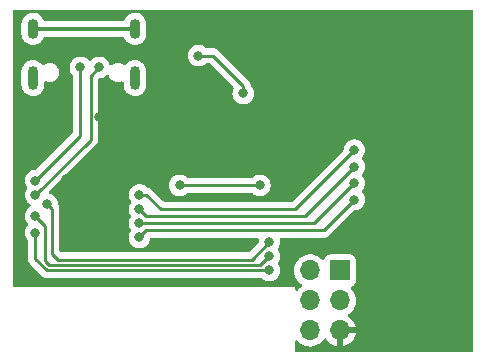
<source format=gbl>
G04 #@! TF.GenerationSoftware,KiCad,Pcbnew,(6.0.10-0)*
G04 #@! TF.CreationDate,2022-12-22T21:19:14-05:00*
G04 #@! TF.ProjectId,rev2,72657632-2e6b-4696-9361-645f70636258,rev?*
G04 #@! TF.SameCoordinates,Original*
G04 #@! TF.FileFunction,Copper,L2,Bot*
G04 #@! TF.FilePolarity,Positive*
%FSLAX46Y46*%
G04 Gerber Fmt 4.6, Leading zero omitted, Abs format (unit mm)*
G04 Created by KiCad (PCBNEW (6.0.10-0)) date 2022-12-22 21:19:14*
%MOMM*%
%LPD*%
G01*
G04 APERTURE LIST*
G04 #@! TA.AperFunction,ComponentPad*
%ADD10O,0.900000X1.700000*%
G04 #@! TD*
G04 #@! TA.AperFunction,ComponentPad*
%ADD11O,0.900000X2.000000*%
G04 #@! TD*
G04 #@! TA.AperFunction,ComponentPad*
%ADD12R,1.700000X1.700000*%
G04 #@! TD*
G04 #@! TA.AperFunction,ComponentPad*
%ADD13O,1.700000X1.700000*%
G04 #@! TD*
G04 #@! TA.AperFunction,ViaPad*
%ADD14C,0.800000*%
G04 #@! TD*
G04 #@! TA.AperFunction,Conductor*
%ADD15C,0.250000*%
G04 #@! TD*
G04 #@! TA.AperFunction,Conductor*
%ADD16C,0.350000*%
G04 #@! TD*
G04 APERTURE END LIST*
D10*
X187180000Y-42135000D03*
X195820000Y-42135000D03*
D11*
X187180000Y-46305000D03*
X195820000Y-46305000D03*
D12*
X213200000Y-62600000D03*
D13*
X210660000Y-62600000D03*
X213200000Y-65140000D03*
X210660000Y-65140000D03*
X213200000Y-67680000D03*
X210660000Y-67680000D03*
D14*
X215100000Y-45250000D03*
X223500000Y-65000000D03*
X190025000Y-54825000D03*
X199800000Y-47600000D03*
X223500000Y-51000000D03*
X199400000Y-52000000D03*
X195000000Y-49600000D03*
X223500000Y-58000000D03*
X186200000Y-51400000D03*
X223500000Y-44000000D03*
X192800000Y-49600000D03*
X195200000Y-54600000D03*
X205000000Y-47600000D03*
X201200000Y-44400000D03*
X206400000Y-55400000D03*
X199600000Y-55400000D03*
X214400000Y-56600000D03*
X196200000Y-59800000D03*
X214400000Y-55200000D03*
X196200000Y-58600000D03*
X214400000Y-53800000D03*
X196200000Y-57400000D03*
X196200000Y-56200000D03*
X214400000Y-52400000D03*
X188400000Y-57000000D03*
X207200000Y-60200000D03*
X207200000Y-61400000D03*
X187400000Y-58000000D03*
X207200000Y-62600000D03*
X187400000Y-59400000D03*
X187400000Y-56200000D03*
X192800000Y-45400000D03*
X187400000Y-55000000D03*
X191200000Y-45400000D03*
D15*
X213200000Y-67680000D02*
X214120000Y-67680000D01*
X205000000Y-47000000D02*
X205000000Y-47600000D01*
X202400000Y-44400000D02*
X205000000Y-47000000D01*
X201200000Y-44400000D02*
X202400000Y-44400000D01*
X199600000Y-55400000D02*
X206400000Y-55400000D01*
X211800000Y-59200000D02*
X214400000Y-56600000D01*
X196200000Y-59800000D02*
X196800000Y-59200000D01*
X196800000Y-59200000D02*
X211800000Y-59200000D01*
X211000000Y-58600000D02*
X214400000Y-55200000D01*
X196200000Y-58600000D02*
X211000000Y-58600000D01*
X210200000Y-58000000D02*
X196800000Y-58000000D01*
X214400000Y-53800000D02*
X210200000Y-58000000D01*
X196800000Y-58000000D02*
X196200000Y-57400000D01*
X196200000Y-56200000D02*
X196800000Y-56200000D01*
X198000000Y-57400000D02*
X209400000Y-57400000D01*
X209400000Y-57400000D02*
X214400000Y-52400000D01*
X196800000Y-56200000D02*
X198000000Y-57400000D01*
X188800000Y-61200000D02*
X189300000Y-61700000D01*
X188400000Y-57000000D02*
X188800000Y-57400000D01*
X188800000Y-57400000D02*
X188800000Y-61200000D01*
X189300000Y-61700000D02*
X205700000Y-61700000D01*
X205700000Y-61700000D02*
X207200000Y-60200000D01*
X206450000Y-62150000D02*
X207200000Y-61400000D01*
X188586396Y-62150000D02*
X206450000Y-62150000D01*
X188218198Y-58818198D02*
X188218198Y-61781802D01*
X188218198Y-61781802D02*
X188586396Y-62150000D01*
X187400000Y-58000000D02*
X188218198Y-58818198D01*
X188400000Y-62600000D02*
X207200000Y-62600000D01*
X187400000Y-59400000D02*
X187400000Y-61600000D01*
X187400000Y-61600000D02*
X188400000Y-62600000D01*
D16*
X187180000Y-42135000D02*
X195820000Y-42135000D01*
D15*
X192075000Y-51525000D02*
X192075000Y-46125000D01*
X192075000Y-46125000D02*
X192800000Y-45400000D01*
X187400000Y-56200000D02*
X192075000Y-51525000D01*
X191200000Y-51200000D02*
X191200000Y-45400000D01*
X187400000Y-55000000D02*
X191200000Y-51200000D01*
G04 #@! TA.AperFunction,Conductor*
G36*
X224433621Y-40528502D02*
G01*
X224480114Y-40582158D01*
X224491500Y-40634500D01*
X224491500Y-69365500D01*
X224471498Y-69433621D01*
X224417842Y-69480114D01*
X224365500Y-69491500D01*
X209526000Y-69491500D01*
X209457879Y-69471498D01*
X209411386Y-69417842D01*
X209400000Y-69365500D01*
X209400000Y-68638295D01*
X209420002Y-68570174D01*
X209473658Y-68523681D01*
X209543932Y-68513577D01*
X209608512Y-68543071D01*
X209621237Y-68555797D01*
X209702865Y-68650031D01*
X209702869Y-68650035D01*
X209706250Y-68653938D01*
X209878126Y-68796632D01*
X210071000Y-68909338D01*
X210279692Y-68989030D01*
X210284760Y-68990061D01*
X210284763Y-68990062D01*
X210379862Y-69009410D01*
X210498597Y-69033567D01*
X210503772Y-69033757D01*
X210503774Y-69033757D01*
X210716673Y-69041564D01*
X210716677Y-69041564D01*
X210721837Y-69041753D01*
X210726957Y-69041097D01*
X210726959Y-69041097D01*
X210938288Y-69014025D01*
X210938289Y-69014025D01*
X210943416Y-69013368D01*
X210948366Y-69011883D01*
X211152429Y-68950661D01*
X211152434Y-68950659D01*
X211157384Y-68949174D01*
X211357994Y-68850896D01*
X211539860Y-68721173D01*
X211698096Y-68563489D01*
X211828453Y-68382077D01*
X211829640Y-68382930D01*
X211876960Y-68339362D01*
X211946897Y-68327145D01*
X212012338Y-68354678D01*
X212040166Y-68386511D01*
X212097694Y-68480388D01*
X212103777Y-68488699D01*
X212243213Y-68649667D01*
X212250580Y-68656883D01*
X212414434Y-68792916D01*
X212422881Y-68798831D01*
X212606756Y-68906279D01*
X212616042Y-68910729D01*
X212815001Y-68986703D01*
X212824899Y-68989579D01*
X212928250Y-69010606D01*
X212942299Y-69009410D01*
X212946000Y-68999065D01*
X212946000Y-68998517D01*
X213454000Y-68998517D01*
X213458064Y-69012359D01*
X213471478Y-69014393D01*
X213478184Y-69013534D01*
X213488262Y-69011392D01*
X213692255Y-68950191D01*
X213701842Y-68946433D01*
X213893095Y-68852739D01*
X213901945Y-68847464D01*
X214075328Y-68723792D01*
X214083200Y-68717139D01*
X214234052Y-68566812D01*
X214240730Y-68558965D01*
X214365003Y-68386020D01*
X214370313Y-68377183D01*
X214464670Y-68186267D01*
X214468469Y-68176672D01*
X214530377Y-67972910D01*
X214532555Y-67962837D01*
X214533986Y-67951962D01*
X214531775Y-67937778D01*
X214518617Y-67934000D01*
X213472115Y-67934000D01*
X213456876Y-67938475D01*
X213455671Y-67939865D01*
X213454000Y-67947548D01*
X213454000Y-68998517D01*
X212946000Y-68998517D01*
X212946000Y-67552000D01*
X212966002Y-67483879D01*
X213019658Y-67437386D01*
X213072000Y-67426000D01*
X214518344Y-67426000D01*
X214531875Y-67422027D01*
X214533180Y-67412947D01*
X214491214Y-67245875D01*
X214487894Y-67236124D01*
X214402972Y-67040814D01*
X214398105Y-67031739D01*
X214282426Y-66852926D01*
X214276136Y-66844757D01*
X214132806Y-66687240D01*
X214125273Y-66680215D01*
X213958139Y-66548222D01*
X213949556Y-66542520D01*
X213912602Y-66522120D01*
X213862631Y-66471687D01*
X213847859Y-66402245D01*
X213872975Y-66335839D01*
X213900327Y-66309232D01*
X213923797Y-66292491D01*
X214079860Y-66181173D01*
X214238096Y-66023489D01*
X214368453Y-65842077D01*
X214389320Y-65799857D01*
X214465136Y-65646453D01*
X214465137Y-65646451D01*
X214467430Y-65641811D01*
X214532370Y-65428069D01*
X214561529Y-65206590D01*
X214563156Y-65140000D01*
X214544852Y-64917361D01*
X214490431Y-64700702D01*
X214401354Y-64495840D01*
X214280014Y-64308277D01*
X214272790Y-64300338D01*
X214132798Y-64146488D01*
X214101746Y-64082642D01*
X214110141Y-64012143D01*
X214155317Y-63957375D01*
X214181761Y-63943706D01*
X214288297Y-63903767D01*
X214296705Y-63900615D01*
X214413261Y-63813261D01*
X214500615Y-63696705D01*
X214551745Y-63560316D01*
X214558500Y-63498134D01*
X214558500Y-61701866D01*
X214551745Y-61639684D01*
X214500615Y-61503295D01*
X214413261Y-61386739D01*
X214296705Y-61299385D01*
X214160316Y-61248255D01*
X214098134Y-61241500D01*
X212301866Y-61241500D01*
X212239684Y-61248255D01*
X212103295Y-61299385D01*
X211986739Y-61386739D01*
X211899385Y-61503295D01*
X211896233Y-61511703D01*
X211854919Y-61621907D01*
X211812277Y-61678671D01*
X211745716Y-61703371D01*
X211676367Y-61688163D01*
X211643743Y-61662476D01*
X211593151Y-61606875D01*
X211593142Y-61606866D01*
X211589670Y-61603051D01*
X211585619Y-61599852D01*
X211585615Y-61599848D01*
X211418414Y-61467800D01*
X211418410Y-61467798D01*
X211414359Y-61464598D01*
X211218789Y-61356638D01*
X211213920Y-61354914D01*
X211213916Y-61354912D01*
X211013087Y-61283795D01*
X211013083Y-61283794D01*
X211008212Y-61282069D01*
X211003119Y-61281162D01*
X211003116Y-61281161D01*
X210793373Y-61243800D01*
X210793367Y-61243799D01*
X210788284Y-61242894D01*
X210714452Y-61241992D01*
X210570081Y-61240228D01*
X210570079Y-61240228D01*
X210564911Y-61240165D01*
X210344091Y-61273955D01*
X210131756Y-61343357D01*
X209933607Y-61446507D01*
X209929474Y-61449610D01*
X209929471Y-61449612D01*
X209834081Y-61521233D01*
X209754965Y-61580635D01*
X209715525Y-61621907D01*
X209661280Y-61678671D01*
X209600629Y-61742138D01*
X209597715Y-61746410D01*
X209597714Y-61746411D01*
X209589265Y-61758797D01*
X209474743Y-61926680D01*
X209380688Y-62129305D01*
X209320989Y-62344570D01*
X209297251Y-62566695D01*
X209310110Y-62789715D01*
X209311247Y-62794761D01*
X209311248Y-62794767D01*
X209335304Y-62901508D01*
X209359222Y-63007639D01*
X209405012Y-63120407D01*
X209436817Y-63198733D01*
X209443266Y-63214616D01*
X209457731Y-63238220D01*
X209553072Y-63393803D01*
X209559987Y-63405088D01*
X209706250Y-63573938D01*
X209878126Y-63716632D01*
X209948595Y-63757811D01*
X209951445Y-63759476D01*
X210000169Y-63811114D01*
X210013240Y-63880897D01*
X209986509Y-63946669D01*
X209946055Y-63980027D01*
X209933607Y-63986507D01*
X209929474Y-63989610D01*
X209929471Y-63989612D01*
X209805567Y-64082642D01*
X209754965Y-64120635D01*
X209751393Y-64124373D01*
X209617094Y-64264908D01*
X209555569Y-64300338D01*
X209484657Y-64296881D01*
X209426871Y-64255635D01*
X209400557Y-64189694D01*
X209400000Y-64177857D01*
X209400000Y-64000000D01*
X185634500Y-64000000D01*
X185566379Y-63979998D01*
X185519886Y-63926342D01*
X185508500Y-63874000D01*
X185508500Y-59400000D01*
X186486496Y-59400000D01*
X186506458Y-59589928D01*
X186565473Y-59771556D01*
X186660960Y-59936944D01*
X186734137Y-60018215D01*
X186764853Y-60082221D01*
X186766500Y-60102524D01*
X186766500Y-61521233D01*
X186765973Y-61532416D01*
X186764298Y-61539909D01*
X186764547Y-61547835D01*
X186764547Y-61547836D01*
X186766438Y-61607986D01*
X186766500Y-61611945D01*
X186766500Y-61639856D01*
X186766997Y-61643790D01*
X186766997Y-61643791D01*
X186767005Y-61643856D01*
X186767938Y-61655693D01*
X186769327Y-61699889D01*
X186774978Y-61719339D01*
X186778987Y-61738700D01*
X186781526Y-61758797D01*
X186784445Y-61766168D01*
X186784445Y-61766170D01*
X186797804Y-61799912D01*
X186801649Y-61811142D01*
X186813982Y-61853593D01*
X186818015Y-61860412D01*
X186818017Y-61860417D01*
X186824293Y-61871028D01*
X186832988Y-61888776D01*
X186840448Y-61907617D01*
X186845110Y-61914033D01*
X186845110Y-61914034D01*
X186866436Y-61943387D01*
X186872952Y-61953307D01*
X186895458Y-61991362D01*
X186909779Y-62005683D01*
X186922619Y-62020716D01*
X186934528Y-62037107D01*
X186940634Y-62042158D01*
X186968605Y-62065298D01*
X186977384Y-62073288D01*
X187896343Y-62992247D01*
X187903887Y-63000537D01*
X187908000Y-63007018D01*
X187913777Y-63012443D01*
X187957667Y-63053658D01*
X187960509Y-63056413D01*
X187980231Y-63076135D01*
X187983355Y-63078558D01*
X187983359Y-63078562D01*
X187983424Y-63078612D01*
X187992445Y-63086317D01*
X188024679Y-63116586D01*
X188031627Y-63120405D01*
X188031629Y-63120407D01*
X188042432Y-63126346D01*
X188058959Y-63137202D01*
X188068698Y-63144757D01*
X188068700Y-63144758D01*
X188074960Y-63149614D01*
X188115540Y-63167174D01*
X188126188Y-63172391D01*
X188164940Y-63193695D01*
X188172616Y-63195666D01*
X188172619Y-63195667D01*
X188184562Y-63198733D01*
X188203267Y-63205137D01*
X188221855Y-63213181D01*
X188229678Y-63214420D01*
X188229688Y-63214423D01*
X188265524Y-63220099D01*
X188277144Y-63222505D01*
X188312289Y-63231528D01*
X188319970Y-63233500D01*
X188340224Y-63233500D01*
X188359934Y-63235051D01*
X188379943Y-63238220D01*
X188387835Y-63237474D01*
X188423961Y-63234059D01*
X188435819Y-63233500D01*
X206491800Y-63233500D01*
X206559921Y-63253502D01*
X206579147Y-63269843D01*
X206579420Y-63269540D01*
X206584332Y-63273963D01*
X206588747Y-63278866D01*
X206743248Y-63391118D01*
X206749276Y-63393802D01*
X206749278Y-63393803D01*
X206774625Y-63405088D01*
X206917712Y-63468794D01*
X207011112Y-63488647D01*
X207098056Y-63507128D01*
X207098061Y-63507128D01*
X207104513Y-63508500D01*
X207295487Y-63508500D01*
X207301939Y-63507128D01*
X207301944Y-63507128D01*
X207388888Y-63488647D01*
X207482288Y-63468794D01*
X207625375Y-63405088D01*
X207650722Y-63393803D01*
X207650724Y-63393802D01*
X207656752Y-63391118D01*
X207811253Y-63278866D01*
X207847851Y-63238220D01*
X207934621Y-63141852D01*
X207934622Y-63141851D01*
X207939040Y-63136944D01*
X208010931Y-63012425D01*
X208031223Y-62977279D01*
X208031224Y-62977278D01*
X208034527Y-62971556D01*
X208093542Y-62789928D01*
X208113504Y-62600000D01*
X208093542Y-62410072D01*
X208034527Y-62228444D01*
X207939040Y-62063056D01*
X207941777Y-62061476D01*
X207922351Y-62007653D01*
X207938178Y-61938443D01*
X207939114Y-61936987D01*
X207939040Y-61936944D01*
X208031223Y-61777279D01*
X208031224Y-61777278D01*
X208034527Y-61771556D01*
X208093542Y-61589928D01*
X208102648Y-61503295D01*
X208112814Y-61406565D01*
X208113504Y-61400000D01*
X208097555Y-61248255D01*
X208094232Y-61216635D01*
X208094232Y-61216633D01*
X208093542Y-61210072D01*
X208034527Y-61028444D01*
X207939040Y-60863056D01*
X207941777Y-60861476D01*
X207922351Y-60807653D01*
X207938178Y-60738443D01*
X207939114Y-60736987D01*
X207939040Y-60736944D01*
X208031223Y-60577279D01*
X208031224Y-60577278D01*
X208034527Y-60571556D01*
X208093542Y-60389928D01*
X208113504Y-60200000D01*
X208093542Y-60010072D01*
X208091503Y-60003797D01*
X208091502Y-60003792D01*
X208089762Y-59998438D01*
X208087733Y-59927471D01*
X208124394Y-59866672D01*
X208188106Y-59835346D01*
X208209594Y-59833500D01*
X211721233Y-59833500D01*
X211732416Y-59834027D01*
X211739909Y-59835702D01*
X211747835Y-59835453D01*
X211747836Y-59835453D01*
X211807986Y-59833562D01*
X211811945Y-59833500D01*
X211839856Y-59833500D01*
X211843791Y-59833003D01*
X211843856Y-59832995D01*
X211855693Y-59832062D01*
X211887951Y-59831048D01*
X211891970Y-59830922D01*
X211899889Y-59830673D01*
X211919343Y-59825021D01*
X211938700Y-59821013D01*
X211950930Y-59819468D01*
X211950931Y-59819468D01*
X211958797Y-59818474D01*
X211966168Y-59815555D01*
X211966170Y-59815555D01*
X211999912Y-59802196D01*
X212011142Y-59798351D01*
X212045983Y-59788229D01*
X212045984Y-59788229D01*
X212053593Y-59786018D01*
X212060412Y-59781985D01*
X212060417Y-59781983D01*
X212071028Y-59775707D01*
X212088776Y-59767012D01*
X212107617Y-59759552D01*
X212143387Y-59733564D01*
X212153307Y-59727048D01*
X212184535Y-59708580D01*
X212184538Y-59708578D01*
X212191362Y-59704542D01*
X212205683Y-59690221D01*
X212220717Y-59677380D01*
X212230694Y-59670131D01*
X212237107Y-59665472D01*
X212265298Y-59631395D01*
X212273288Y-59622616D01*
X214350499Y-57545405D01*
X214412811Y-57511379D01*
X214439594Y-57508500D01*
X214495487Y-57508500D01*
X214501939Y-57507128D01*
X214501944Y-57507128D01*
X214588888Y-57488647D01*
X214682288Y-57468794D01*
X214695176Y-57463056D01*
X214850722Y-57393803D01*
X214850724Y-57393802D01*
X214856752Y-57391118D01*
X215011253Y-57278866D01*
X215123672Y-57154012D01*
X215134621Y-57141852D01*
X215134622Y-57141851D01*
X215139040Y-57136944D01*
X215218105Y-57000000D01*
X215231223Y-56977279D01*
X215231224Y-56977278D01*
X215234527Y-56971556D01*
X215293542Y-56789928D01*
X215296005Y-56766500D01*
X215312814Y-56606565D01*
X215313504Y-56600000D01*
X215293542Y-56410072D01*
X215234527Y-56228444D01*
X215139040Y-56063056D01*
X215097243Y-56016635D01*
X215068137Y-55984310D01*
X215037419Y-55920303D01*
X215046184Y-55849849D01*
X215068137Y-55815690D01*
X215134621Y-55741852D01*
X215134622Y-55741851D01*
X215139040Y-55736944D01*
X215202168Y-55627604D01*
X215231223Y-55577279D01*
X215231224Y-55577278D01*
X215234527Y-55571556D01*
X215293542Y-55389928D01*
X215294872Y-55377279D01*
X215312814Y-55206565D01*
X215313504Y-55200000D01*
X215295473Y-55028444D01*
X215294232Y-55016635D01*
X215294232Y-55016633D01*
X215293542Y-55010072D01*
X215234527Y-54828444D01*
X215139040Y-54663056D01*
X215068137Y-54584310D01*
X215037419Y-54520303D01*
X215046184Y-54449849D01*
X215068137Y-54415690D01*
X215134621Y-54341852D01*
X215134622Y-54341851D01*
X215139040Y-54336944D01*
X215234527Y-54171556D01*
X215293542Y-53989928D01*
X215313504Y-53800000D01*
X215293542Y-53610072D01*
X215234527Y-53428444D01*
X215139040Y-53263056D01*
X215068137Y-53184310D01*
X215037419Y-53120303D01*
X215046184Y-53049849D01*
X215068137Y-53015690D01*
X215134621Y-52941852D01*
X215134622Y-52941851D01*
X215139040Y-52936944D01*
X215234527Y-52771556D01*
X215293542Y-52589928D01*
X215313504Y-52400000D01*
X215293542Y-52210072D01*
X215234527Y-52028444D01*
X215224585Y-52011223D01*
X215184415Y-51941647D01*
X215139040Y-51863056D01*
X215081196Y-51798813D01*
X215015675Y-51726045D01*
X215015674Y-51726044D01*
X215011253Y-51721134D01*
X214856752Y-51608882D01*
X214850724Y-51606198D01*
X214850722Y-51606197D01*
X214688319Y-51533891D01*
X214688318Y-51533891D01*
X214682288Y-51531206D01*
X214588888Y-51511353D01*
X214501944Y-51492872D01*
X214501939Y-51492872D01*
X214495487Y-51491500D01*
X214304513Y-51491500D01*
X214298061Y-51492872D01*
X214298056Y-51492872D01*
X214211113Y-51511353D01*
X214117712Y-51531206D01*
X214111682Y-51533891D01*
X214111681Y-51533891D01*
X213949278Y-51606197D01*
X213949276Y-51606198D01*
X213943248Y-51608882D01*
X213788747Y-51721134D01*
X213784326Y-51726044D01*
X213784325Y-51726045D01*
X213718805Y-51798813D01*
X213660960Y-51863056D01*
X213615585Y-51941647D01*
X213575416Y-52011223D01*
X213565473Y-52028444D01*
X213506458Y-52210072D01*
X213505768Y-52216633D01*
X213505768Y-52216635D01*
X213489093Y-52375293D01*
X213462080Y-52440950D01*
X213452878Y-52451218D01*
X209174500Y-56729595D01*
X209112188Y-56763621D01*
X209085405Y-56766500D01*
X198314595Y-56766500D01*
X198246474Y-56746498D01*
X198225500Y-56729595D01*
X197303652Y-55807747D01*
X197296112Y-55799461D01*
X197292000Y-55792982D01*
X197242348Y-55746356D01*
X197239507Y-55743602D01*
X197219770Y-55723865D01*
X197216573Y-55721385D01*
X197207551Y-55713680D01*
X197181100Y-55688841D01*
X197175321Y-55683414D01*
X197168375Y-55679595D01*
X197168372Y-55679593D01*
X197157566Y-55673652D01*
X197141047Y-55662801D01*
X197135048Y-55658148D01*
X197125041Y-55650386D01*
X197117772Y-55647241D01*
X197117768Y-55647238D01*
X197084463Y-55632826D01*
X197073813Y-55627609D01*
X197035060Y-55606305D01*
X197015437Y-55601267D01*
X196996734Y-55594863D01*
X196985420Y-55589967D01*
X196985419Y-55589967D01*
X196978145Y-55586819D01*
X196970322Y-55585580D01*
X196970312Y-55585577D01*
X196934476Y-55579901D01*
X196922854Y-55577495D01*
X196880549Y-55566633D01*
X196820664Y-55530367D01*
X196820580Y-55530460D01*
X196820091Y-55530020D01*
X196818252Y-55528906D01*
X196815672Y-55526041D01*
X196815668Y-55526038D01*
X196811253Y-55521134D01*
X196656752Y-55408882D01*
X196650724Y-55406198D01*
X196650722Y-55406197D01*
X196636803Y-55400000D01*
X198686496Y-55400000D01*
X198687186Y-55406565D01*
X198705307Y-55578973D01*
X198706458Y-55589928D01*
X198765473Y-55771556D01*
X198860960Y-55936944D01*
X198988747Y-56078866D01*
X199143248Y-56191118D01*
X199149276Y-56193802D01*
X199149278Y-56193803D01*
X199241200Y-56234729D01*
X199317712Y-56268794D01*
X199411113Y-56288647D01*
X199498056Y-56307128D01*
X199498061Y-56307128D01*
X199504513Y-56308500D01*
X199695487Y-56308500D01*
X199701939Y-56307128D01*
X199701944Y-56307128D01*
X199788887Y-56288647D01*
X199882288Y-56268794D01*
X199958800Y-56234729D01*
X200050722Y-56193803D01*
X200050724Y-56193802D01*
X200056752Y-56191118D01*
X200139214Y-56131206D01*
X200195855Y-56090053D01*
X200211253Y-56078866D01*
X200215668Y-56073963D01*
X200220580Y-56069540D01*
X200221705Y-56070789D01*
X200275014Y-56037949D01*
X200308200Y-56033500D01*
X205691800Y-56033500D01*
X205759921Y-56053502D01*
X205779147Y-56069843D01*
X205779420Y-56069540D01*
X205784332Y-56073963D01*
X205788747Y-56078866D01*
X205804145Y-56090053D01*
X205860787Y-56131206D01*
X205943248Y-56191118D01*
X205949276Y-56193802D01*
X205949278Y-56193803D01*
X206041200Y-56234729D01*
X206117712Y-56268794D01*
X206211113Y-56288647D01*
X206298056Y-56307128D01*
X206298061Y-56307128D01*
X206304513Y-56308500D01*
X206495487Y-56308500D01*
X206501939Y-56307128D01*
X206501944Y-56307128D01*
X206588887Y-56288647D01*
X206682288Y-56268794D01*
X206758800Y-56234729D01*
X206850722Y-56193803D01*
X206850724Y-56193802D01*
X206856752Y-56191118D01*
X207011253Y-56078866D01*
X207139040Y-55936944D01*
X207234527Y-55771556D01*
X207293542Y-55589928D01*
X207294694Y-55578973D01*
X207312814Y-55406565D01*
X207313504Y-55400000D01*
X207293542Y-55210072D01*
X207234527Y-55028444D01*
X207139040Y-54863056D01*
X207097243Y-54816635D01*
X207015675Y-54726045D01*
X207015674Y-54726044D01*
X207011253Y-54721134D01*
X206856752Y-54608882D01*
X206850724Y-54606198D01*
X206850722Y-54606197D01*
X206688319Y-54533891D01*
X206688318Y-54533891D01*
X206682288Y-54531206D01*
X206588888Y-54511353D01*
X206501944Y-54492872D01*
X206501939Y-54492872D01*
X206495487Y-54491500D01*
X206304513Y-54491500D01*
X206298061Y-54492872D01*
X206298056Y-54492872D01*
X206211112Y-54511353D01*
X206117712Y-54531206D01*
X206111682Y-54533891D01*
X206111681Y-54533891D01*
X205949278Y-54606197D01*
X205949276Y-54606198D01*
X205943248Y-54608882D01*
X205788747Y-54721134D01*
X205784332Y-54726037D01*
X205779420Y-54730460D01*
X205778295Y-54729211D01*
X205724986Y-54762051D01*
X205691800Y-54766500D01*
X200308200Y-54766500D01*
X200240079Y-54746498D01*
X200220853Y-54730157D01*
X200220580Y-54730460D01*
X200215668Y-54726037D01*
X200211253Y-54721134D01*
X200056752Y-54608882D01*
X200050724Y-54606198D01*
X200050722Y-54606197D01*
X199888319Y-54533891D01*
X199888318Y-54533891D01*
X199882288Y-54531206D01*
X199788888Y-54511353D01*
X199701944Y-54492872D01*
X199701939Y-54492872D01*
X199695487Y-54491500D01*
X199504513Y-54491500D01*
X199498061Y-54492872D01*
X199498056Y-54492872D01*
X199411112Y-54511353D01*
X199317712Y-54531206D01*
X199311682Y-54533891D01*
X199311681Y-54533891D01*
X199149278Y-54606197D01*
X199149276Y-54606198D01*
X199143248Y-54608882D01*
X198988747Y-54721134D01*
X198984326Y-54726044D01*
X198984325Y-54726045D01*
X198902758Y-54816635D01*
X198860960Y-54863056D01*
X198765473Y-55028444D01*
X198706458Y-55210072D01*
X198686496Y-55400000D01*
X196636803Y-55400000D01*
X196488319Y-55333891D01*
X196488318Y-55333891D01*
X196482288Y-55331206D01*
X196388888Y-55311353D01*
X196301944Y-55292872D01*
X196301939Y-55292872D01*
X196295487Y-55291500D01*
X196104513Y-55291500D01*
X196098061Y-55292872D01*
X196098056Y-55292872D01*
X196011112Y-55311353D01*
X195917712Y-55331206D01*
X195911682Y-55333891D01*
X195911681Y-55333891D01*
X195749278Y-55406197D01*
X195749276Y-55406198D01*
X195743248Y-55408882D01*
X195588747Y-55521134D01*
X195584329Y-55526041D01*
X195584325Y-55526045D01*
X195475203Y-55647238D01*
X195460960Y-55663056D01*
X195446073Y-55688841D01*
X195372837Y-55815690D01*
X195365473Y-55828444D01*
X195306458Y-56010072D01*
X195305768Y-56016633D01*
X195305768Y-56016635D01*
X195298820Y-56082745D01*
X195286496Y-56200000D01*
X195287186Y-56206565D01*
X195299228Y-56321134D01*
X195306458Y-56389928D01*
X195365473Y-56571556D01*
X195368776Y-56577278D01*
X195368777Y-56577279D01*
X195460960Y-56736944D01*
X195458223Y-56738524D01*
X195477649Y-56792347D01*
X195461822Y-56861557D01*
X195460886Y-56863013D01*
X195460960Y-56863056D01*
X195365473Y-57028444D01*
X195306458Y-57210072D01*
X195305768Y-57216633D01*
X195305768Y-57216635D01*
X195295193Y-57317251D01*
X195286496Y-57400000D01*
X195287186Y-57406565D01*
X195292608Y-57458148D01*
X195306458Y-57589928D01*
X195365473Y-57771556D01*
X195368776Y-57777278D01*
X195368777Y-57777279D01*
X195460960Y-57936944D01*
X195458223Y-57938524D01*
X195477649Y-57992347D01*
X195461822Y-58061557D01*
X195460886Y-58063013D01*
X195460960Y-58063056D01*
X195365473Y-58228444D01*
X195306458Y-58410072D01*
X195305768Y-58416633D01*
X195305768Y-58416635D01*
X195287186Y-58593435D01*
X195286496Y-58600000D01*
X195287186Y-58606565D01*
X195299228Y-58721134D01*
X195306458Y-58789928D01*
X195365473Y-58971556D01*
X195368776Y-58977278D01*
X195368777Y-58977279D01*
X195460960Y-59136944D01*
X195458223Y-59138524D01*
X195477649Y-59192347D01*
X195461822Y-59261557D01*
X195460886Y-59263013D01*
X195460960Y-59263056D01*
X195365473Y-59428444D01*
X195306458Y-59610072D01*
X195305768Y-59616633D01*
X195305768Y-59616635D01*
X195293479Y-59733564D01*
X195286496Y-59800000D01*
X195287186Y-59806565D01*
X195305145Y-59977432D01*
X195306458Y-59989928D01*
X195365473Y-60171556D01*
X195368776Y-60177278D01*
X195368777Y-60177279D01*
X195402686Y-60236010D01*
X195460960Y-60336944D01*
X195465378Y-60341851D01*
X195465379Y-60341852D01*
X195508667Y-60389928D01*
X195588747Y-60478866D01*
X195743248Y-60591118D01*
X195749276Y-60593802D01*
X195749278Y-60593803D01*
X195911681Y-60666109D01*
X195917712Y-60668794D01*
X196011112Y-60688647D01*
X196098056Y-60707128D01*
X196098061Y-60707128D01*
X196104513Y-60708500D01*
X196295487Y-60708500D01*
X196301939Y-60707128D01*
X196301944Y-60707128D01*
X196388888Y-60688647D01*
X196482288Y-60668794D01*
X196488319Y-60666109D01*
X196650722Y-60593803D01*
X196650724Y-60593802D01*
X196656752Y-60591118D01*
X196811253Y-60478866D01*
X196891333Y-60389928D01*
X196934621Y-60341852D01*
X196934622Y-60341851D01*
X196939040Y-60336944D01*
X196997314Y-60236010D01*
X197031223Y-60177279D01*
X197031224Y-60177278D01*
X197034527Y-60171556D01*
X197093542Y-59989928D01*
X197098124Y-59946329D01*
X197125137Y-59880673D01*
X197183358Y-59840043D01*
X197223434Y-59833500D01*
X206190406Y-59833500D01*
X206258527Y-59853502D01*
X206305020Y-59907158D01*
X206315124Y-59977432D01*
X206310238Y-59998438D01*
X206308498Y-60003792D01*
X206308497Y-60003797D01*
X206306458Y-60010072D01*
X206305768Y-60016633D01*
X206305768Y-60016635D01*
X206289093Y-60175292D01*
X206262080Y-60240949D01*
X206252878Y-60251217D01*
X205474500Y-61029595D01*
X205412188Y-61063621D01*
X205385405Y-61066500D01*
X189614595Y-61066500D01*
X189546474Y-61046498D01*
X189525499Y-61029595D01*
X189470404Y-60974499D01*
X189436379Y-60912186D01*
X189433500Y-60885404D01*
X189433500Y-57478763D01*
X189434027Y-57467579D01*
X189435701Y-57460091D01*
X189433562Y-57392032D01*
X189433500Y-57388075D01*
X189433500Y-57360144D01*
X189432994Y-57356138D01*
X189432061Y-57344292D01*
X189431334Y-57321134D01*
X189430673Y-57300110D01*
X189425022Y-57280658D01*
X189421014Y-57261306D01*
X189419468Y-57249068D01*
X189419467Y-57249066D01*
X189418474Y-57241203D01*
X189402194Y-57200086D01*
X189398359Y-57188885D01*
X189386018Y-57146406D01*
X189381985Y-57139587D01*
X189381983Y-57139582D01*
X189375707Y-57128971D01*
X189367010Y-57111221D01*
X189359552Y-57092383D01*
X189336878Y-57061175D01*
X189314995Y-56999843D01*
X189313504Y-57000000D01*
X189294232Y-56816635D01*
X189294232Y-56816633D01*
X189293542Y-56810072D01*
X189234527Y-56628444D01*
X189139040Y-56463056D01*
X189097243Y-56416635D01*
X189015675Y-56326045D01*
X189015674Y-56326044D01*
X189011253Y-56321134D01*
X188856752Y-56208882D01*
X188850724Y-56206198D01*
X188850722Y-56206197D01*
X188688319Y-56133891D01*
X188688318Y-56133891D01*
X188682288Y-56131206D01*
X188675833Y-56129834D01*
X188675824Y-56129831D01*
X188647361Y-56123781D01*
X188584888Y-56090053D01*
X188550567Y-56027903D01*
X188555295Y-55957064D01*
X188584464Y-55911440D01*
X192467247Y-52028657D01*
X192475537Y-52021113D01*
X192482018Y-52017000D01*
X192528659Y-51967332D01*
X192531413Y-51964491D01*
X192551134Y-51944770D01*
X192553612Y-51941575D01*
X192561318Y-51932553D01*
X192586158Y-51906101D01*
X192591586Y-51900321D01*
X192601346Y-51882568D01*
X192612199Y-51866045D01*
X192614517Y-51863056D01*
X192624613Y-51850041D01*
X192642176Y-51809457D01*
X192647383Y-51798827D01*
X192668695Y-51760060D01*
X192670666Y-51752383D01*
X192670668Y-51752378D01*
X192673732Y-51740442D01*
X192680138Y-51721730D01*
X192682077Y-51717251D01*
X192688181Y-51703145D01*
X192695097Y-51659481D01*
X192697504Y-51647860D01*
X192706528Y-51612711D01*
X192706528Y-51612710D01*
X192708500Y-51605030D01*
X192708500Y-51584769D01*
X192710051Y-51565058D01*
X192711979Y-51552885D01*
X192713219Y-51545057D01*
X192709059Y-51501046D01*
X192708500Y-51489189D01*
X192708500Y-46439594D01*
X192728502Y-46371473D01*
X192745405Y-46350499D01*
X192750499Y-46345405D01*
X192812811Y-46311379D01*
X192839594Y-46308500D01*
X192895487Y-46308500D01*
X192901939Y-46307128D01*
X192901944Y-46307128D01*
X192988888Y-46288647D01*
X193082288Y-46268794D01*
X193088319Y-46266109D01*
X193250722Y-46193803D01*
X193250724Y-46193802D01*
X193256752Y-46191118D01*
X193278904Y-46175024D01*
X193365542Y-46112077D01*
X193411253Y-46078866D01*
X193420704Y-46068370D01*
X193481149Y-46031132D01*
X193552133Y-46032484D01*
X193611117Y-46071998D01*
X193633616Y-46112076D01*
X193653818Y-46171421D01*
X193657512Y-46177425D01*
X193714567Y-46270166D01*
X193748862Y-46325912D01*
X193753793Y-46330947D01*
X193753795Y-46330950D01*
X193870843Y-46450475D01*
X193875771Y-46455507D01*
X194028238Y-46553765D01*
X194034858Y-46556174D01*
X194034861Y-46556176D01*
X194192066Y-46613394D01*
X194198685Y-46615803D01*
X194338769Y-46633500D01*
X194435610Y-46633500D01*
X194570255Y-46618397D01*
X194694065Y-46575282D01*
X194764972Y-46571768D01*
X194826524Y-46607149D01*
X194859177Y-46670191D01*
X194861500Y-46694273D01*
X194861500Y-46903663D01*
X194876235Y-47048727D01*
X194934465Y-47234541D01*
X195028870Y-47404850D01*
X195033019Y-47409691D01*
X195033022Y-47409695D01*
X195092684Y-47479303D01*
X195155591Y-47552698D01*
X195309453Y-47672046D01*
X195315176Y-47674862D01*
X195315179Y-47674864D01*
X195478444Y-47755200D01*
X195484171Y-47758018D01*
X195490349Y-47759627D01*
X195490351Y-47759628D01*
X195666425Y-47805492D01*
X195666428Y-47805492D01*
X195672607Y-47807102D01*
X195756597Y-47811504D01*
X195860683Y-47816959D01*
X195860687Y-47816959D01*
X195867064Y-47817293D01*
X196048008Y-47789928D01*
X196053285Y-47789130D01*
X196053286Y-47789130D01*
X196059599Y-47788175D01*
X196065585Y-47785972D01*
X196065591Y-47785971D01*
X196236360Y-47723140D01*
X196236365Y-47723138D01*
X196242346Y-47720937D01*
X196407840Y-47618326D01*
X196482362Y-47547855D01*
X196544685Y-47488919D01*
X196549322Y-47484534D01*
X196661011Y-47325025D01*
X196697753Y-47240120D01*
X196735810Y-47152175D01*
X196735811Y-47152171D01*
X196738345Y-47146316D01*
X196743315Y-47122528D01*
X196777176Y-46960443D01*
X196777177Y-46960438D01*
X196778165Y-46955707D01*
X196778500Y-46949315D01*
X196778500Y-45706337D01*
X196763765Y-45561273D01*
X196735969Y-45472575D01*
X196707444Y-45381549D01*
X196707442Y-45381544D01*
X196705535Y-45375459D01*
X196650808Y-45276730D01*
X196614223Y-45210729D01*
X196614221Y-45210726D01*
X196611130Y-45205150D01*
X196606981Y-45200309D01*
X196606978Y-45200305D01*
X196488560Y-45062145D01*
X196484409Y-45057302D01*
X196459460Y-45037949D01*
X196335594Y-44941869D01*
X196330547Y-44937954D01*
X196324824Y-44935138D01*
X196324821Y-44935136D01*
X196161556Y-44854800D01*
X196155829Y-44851982D01*
X196149651Y-44850373D01*
X196149649Y-44850372D01*
X195973575Y-44804508D01*
X195973572Y-44804508D01*
X195967393Y-44802898D01*
X195883403Y-44798496D01*
X195779317Y-44793041D01*
X195779313Y-44793041D01*
X195772936Y-44792707D01*
X195617587Y-44816201D01*
X195586715Y-44820870D01*
X195586714Y-44820870D01*
X195580401Y-44821825D01*
X195574415Y-44824028D01*
X195574409Y-44824029D01*
X195403640Y-44886860D01*
X195403635Y-44886862D01*
X195397654Y-44889063D01*
X195392232Y-44892425D01*
X195269307Y-44968642D01*
X195232160Y-44991674D01*
X195227527Y-44996055D01*
X195227526Y-44996056D01*
X195190766Y-45030818D01*
X195090678Y-45125466D01*
X195087019Y-45130692D01*
X195068946Y-45156502D01*
X195013488Y-45200831D01*
X194942869Y-45208139D01*
X194897481Y-45190144D01*
X194751762Y-45096235D01*
X194745142Y-45093826D01*
X194745139Y-45093824D01*
X194587934Y-45036606D01*
X194587933Y-45036606D01*
X194581315Y-45034197D01*
X194441231Y-45016500D01*
X194344390Y-45016500D01*
X194209745Y-45031603D01*
X194203092Y-45033920D01*
X194203091Y-45033920D01*
X194045106Y-45088936D01*
X194045103Y-45088938D01*
X194038448Y-45091255D01*
X194032469Y-45094991D01*
X194024367Y-45100054D01*
X193884624Y-45187374D01*
X193879628Y-45192336D01*
X193874102Y-45196715D01*
X193873263Y-45195657D01*
X193817474Y-45225866D01*
X193746676Y-45220552D01*
X193689990Y-45177806D01*
X193671290Y-45141588D01*
X193650910Y-45078866D01*
X193634527Y-45028444D01*
X193539040Y-44863056D01*
X193506365Y-44826766D01*
X193415675Y-44726045D01*
X193415674Y-44726044D01*
X193411253Y-44721134D01*
X193256752Y-44608882D01*
X193250724Y-44606198D01*
X193250722Y-44606197D01*
X193088319Y-44533891D01*
X193088318Y-44533891D01*
X193082288Y-44531206D01*
X192988888Y-44511353D01*
X192901944Y-44492872D01*
X192901939Y-44492872D01*
X192895487Y-44491500D01*
X192704513Y-44491500D01*
X192698061Y-44492872D01*
X192698056Y-44492872D01*
X192611113Y-44511353D01*
X192517712Y-44531206D01*
X192511682Y-44533891D01*
X192511681Y-44533891D01*
X192349278Y-44606197D01*
X192349276Y-44606198D01*
X192343248Y-44608882D01*
X192188747Y-44721134D01*
X192098945Y-44820870D01*
X192093636Y-44826766D01*
X192033190Y-44864006D01*
X191962207Y-44862654D01*
X191906364Y-44826766D01*
X191901056Y-44820870D01*
X191811253Y-44721134D01*
X191656752Y-44608882D01*
X191650724Y-44606198D01*
X191650722Y-44606197D01*
X191488319Y-44533891D01*
X191488318Y-44533891D01*
X191482288Y-44531206D01*
X191388888Y-44511353D01*
X191301944Y-44492872D01*
X191301939Y-44492872D01*
X191295487Y-44491500D01*
X191104513Y-44491500D01*
X191098061Y-44492872D01*
X191098056Y-44492872D01*
X191011113Y-44511353D01*
X190917712Y-44531206D01*
X190911682Y-44533891D01*
X190911681Y-44533891D01*
X190749278Y-44606197D01*
X190749276Y-44606198D01*
X190743248Y-44608882D01*
X190588747Y-44721134D01*
X190584326Y-44726044D01*
X190584325Y-44726045D01*
X190493636Y-44826766D01*
X190460960Y-44863056D01*
X190365473Y-45028444D01*
X190306458Y-45210072D01*
X190305768Y-45216633D01*
X190305768Y-45216635D01*
X190293843Y-45330095D01*
X190286496Y-45400000D01*
X190287186Y-45406565D01*
X190304114Y-45567622D01*
X190306458Y-45589928D01*
X190365473Y-45771556D01*
X190460960Y-45936944D01*
X190534137Y-46018215D01*
X190564853Y-46082221D01*
X190566500Y-46102524D01*
X190566500Y-50885406D01*
X190546498Y-50953527D01*
X190529595Y-50974501D01*
X187449500Y-54054595D01*
X187387188Y-54088621D01*
X187360405Y-54091500D01*
X187304513Y-54091500D01*
X187298061Y-54092872D01*
X187298056Y-54092872D01*
X187211113Y-54111353D01*
X187117712Y-54131206D01*
X187111682Y-54133891D01*
X187111681Y-54133891D01*
X186949278Y-54206197D01*
X186949276Y-54206198D01*
X186943248Y-54208882D01*
X186788747Y-54321134D01*
X186784326Y-54326044D01*
X186784325Y-54326045D01*
X186672852Y-54449849D01*
X186660960Y-54463056D01*
X186565473Y-54628444D01*
X186506458Y-54810072D01*
X186505768Y-54816633D01*
X186505768Y-54816635D01*
X186504527Y-54828444D01*
X186486496Y-55000000D01*
X186506458Y-55189928D01*
X186565473Y-55371556D01*
X186568776Y-55377278D01*
X186568777Y-55377279D01*
X186660960Y-55536944D01*
X186658223Y-55538524D01*
X186677649Y-55592347D01*
X186661822Y-55661557D01*
X186660886Y-55663013D01*
X186660960Y-55663056D01*
X186572837Y-55815690D01*
X186565473Y-55828444D01*
X186506458Y-56010072D01*
X186505768Y-56016633D01*
X186505768Y-56016635D01*
X186498820Y-56082745D01*
X186486496Y-56200000D01*
X186487186Y-56206565D01*
X186499228Y-56321134D01*
X186506458Y-56389928D01*
X186565473Y-56571556D01*
X186660960Y-56736944D01*
X186665378Y-56741851D01*
X186665379Y-56741852D01*
X186708667Y-56789928D01*
X186788747Y-56878866D01*
X186943248Y-56991118D01*
X186945326Y-56992043D01*
X186993212Y-57042267D01*
X187006646Y-57111981D01*
X186980257Y-57177891D01*
X186945805Y-57207744D01*
X186943248Y-57208882D01*
X186788747Y-57321134D01*
X186784326Y-57326044D01*
X186784325Y-57326045D01*
X186670764Y-57452168D01*
X186660960Y-57463056D01*
X186565473Y-57628444D01*
X186506458Y-57810072D01*
X186486496Y-58000000D01*
X186506458Y-58189928D01*
X186565473Y-58371556D01*
X186660960Y-58536944D01*
X186665378Y-58541851D01*
X186665379Y-58541852D01*
X186731863Y-58615690D01*
X186762581Y-58679697D01*
X186753816Y-58750151D01*
X186731863Y-58784310D01*
X186660960Y-58863056D01*
X186565473Y-59028444D01*
X186506458Y-59210072D01*
X186486496Y-59400000D01*
X185508500Y-59400000D01*
X185508500Y-46903663D01*
X186221500Y-46903663D01*
X186236235Y-47048727D01*
X186294465Y-47234541D01*
X186388870Y-47404850D01*
X186393019Y-47409691D01*
X186393022Y-47409695D01*
X186452684Y-47479303D01*
X186515591Y-47552698D01*
X186669453Y-47672046D01*
X186675176Y-47674862D01*
X186675179Y-47674864D01*
X186838444Y-47755200D01*
X186844171Y-47758018D01*
X186850349Y-47759627D01*
X186850351Y-47759628D01*
X187026425Y-47805492D01*
X187026428Y-47805492D01*
X187032607Y-47807102D01*
X187116597Y-47811504D01*
X187220683Y-47816959D01*
X187220687Y-47816959D01*
X187227064Y-47817293D01*
X187408008Y-47789928D01*
X187413285Y-47789130D01*
X187413286Y-47789130D01*
X187419599Y-47788175D01*
X187425585Y-47785972D01*
X187425591Y-47785971D01*
X187596360Y-47723140D01*
X187596365Y-47723138D01*
X187602346Y-47720937D01*
X187767840Y-47618326D01*
X187842362Y-47547855D01*
X187904685Y-47488919D01*
X187909322Y-47484534D01*
X188021011Y-47325025D01*
X188057753Y-47240120D01*
X188095810Y-47152175D01*
X188095811Y-47152171D01*
X188098345Y-47146316D01*
X188103315Y-47122528D01*
X188137176Y-46960443D01*
X188137177Y-46960438D01*
X188138165Y-46955707D01*
X188138500Y-46949315D01*
X188138500Y-46693770D01*
X188158502Y-46625649D01*
X188212158Y-46579156D01*
X188282432Y-46569052D01*
X188307592Y-46575368D01*
X188359642Y-46594313D01*
X188398997Y-46608637D01*
X188418685Y-46615803D01*
X188558769Y-46633500D01*
X188655610Y-46633500D01*
X188790255Y-46618397D01*
X188822555Y-46607149D01*
X188954894Y-46561064D01*
X188954897Y-46561062D01*
X188961552Y-46558745D01*
X188969522Y-46553765D01*
X189109402Y-46466359D01*
X189115376Y-46462626D01*
X189127612Y-46450475D01*
X189239085Y-46339778D01*
X189239088Y-46339774D01*
X189244082Y-46334815D01*
X189341273Y-46181666D01*
X189351672Y-46152463D01*
X189399757Y-46017425D01*
X189399758Y-46017420D01*
X189402119Y-46010790D01*
X189423596Y-45830680D01*
X189422860Y-45823676D01*
X189405372Y-45657288D01*
X189405371Y-45657286D01*
X189404636Y-45650288D01*
X189346182Y-45478579D01*
X189307750Y-45416109D01*
X189254834Y-45330095D01*
X189254832Y-45330092D01*
X189251138Y-45324088D01*
X189246207Y-45319053D01*
X189246205Y-45319050D01*
X189129157Y-45199525D01*
X189129156Y-45199524D01*
X189124229Y-45194493D01*
X188971762Y-45096235D01*
X188965142Y-45093826D01*
X188965139Y-45093824D01*
X188807934Y-45036606D01*
X188807933Y-45036606D01*
X188801315Y-45034197D01*
X188661231Y-45016500D01*
X188564390Y-45016500D01*
X188429745Y-45031603D01*
X188423092Y-45033920D01*
X188423091Y-45033920D01*
X188265106Y-45088936D01*
X188265103Y-45088938D01*
X188258448Y-45091255D01*
X188252469Y-45094991D01*
X188210716Y-45121081D01*
X188104624Y-45187374D01*
X188103777Y-45186018D01*
X188045774Y-45209489D01*
X187976011Y-45196312D01*
X187937663Y-45166103D01*
X187848560Y-45062145D01*
X187844409Y-45057302D01*
X187819460Y-45037949D01*
X187695594Y-44941869D01*
X187690547Y-44937954D01*
X187684824Y-44935138D01*
X187684821Y-44935136D01*
X187521556Y-44854800D01*
X187515829Y-44851982D01*
X187509651Y-44850373D01*
X187509649Y-44850372D01*
X187333575Y-44804508D01*
X187333572Y-44804508D01*
X187327393Y-44802898D01*
X187243403Y-44798496D01*
X187139317Y-44793041D01*
X187139313Y-44793041D01*
X187132936Y-44792707D01*
X186977587Y-44816201D01*
X186946715Y-44820870D01*
X186946714Y-44820870D01*
X186940401Y-44821825D01*
X186934415Y-44824028D01*
X186934409Y-44824029D01*
X186763640Y-44886860D01*
X186763635Y-44886862D01*
X186757654Y-44889063D01*
X186752232Y-44892425D01*
X186629307Y-44968642D01*
X186592160Y-44991674D01*
X186587527Y-44996055D01*
X186587526Y-44996056D01*
X186509818Y-45069540D01*
X186450678Y-45125466D01*
X186447019Y-45130692D01*
X186447015Y-45130697D01*
X186398275Y-45200305D01*
X186338989Y-45284975D01*
X186322063Y-45324088D01*
X186286373Y-45406565D01*
X186261655Y-45463684D01*
X186260350Y-45469931D01*
X186260349Y-45469934D01*
X186224064Y-45643624D01*
X186221835Y-45654293D01*
X186221500Y-45660685D01*
X186221500Y-46903663D01*
X185508500Y-46903663D01*
X185508500Y-44400000D01*
X200286496Y-44400000D01*
X200306458Y-44589928D01*
X200365473Y-44771556D01*
X200368776Y-44777278D01*
X200368777Y-44777279D01*
X200394496Y-44821825D01*
X200460960Y-44936944D01*
X200465378Y-44941851D01*
X200465379Y-44941852D01*
X200532592Y-45016500D01*
X200588747Y-45078866D01*
X200617906Y-45100051D01*
X200724926Y-45177806D01*
X200743248Y-45191118D01*
X200749276Y-45193802D01*
X200749278Y-45193803D01*
X200911681Y-45266109D01*
X200917712Y-45268794D01*
X201011113Y-45288647D01*
X201098056Y-45307128D01*
X201098061Y-45307128D01*
X201104513Y-45308500D01*
X201295487Y-45308500D01*
X201301939Y-45307128D01*
X201301944Y-45307128D01*
X201388887Y-45288647D01*
X201482288Y-45268794D01*
X201488319Y-45266109D01*
X201650722Y-45193803D01*
X201650724Y-45193802D01*
X201656752Y-45191118D01*
X201675075Y-45177806D01*
X201797393Y-45088936D01*
X201811253Y-45078866D01*
X201815668Y-45073963D01*
X201820580Y-45069540D01*
X201821705Y-45070789D01*
X201875014Y-45037949D01*
X201908200Y-45033500D01*
X202085406Y-45033500D01*
X202153527Y-45053502D01*
X202174501Y-45070405D01*
X204158258Y-47054162D01*
X204192284Y-47116474D01*
X204187219Y-47187289D01*
X204178284Y-47206254D01*
X204165473Y-47228444D01*
X204106458Y-47410072D01*
X204105768Y-47416633D01*
X204105768Y-47416635D01*
X204098632Y-47484534D01*
X204086496Y-47600000D01*
X204106458Y-47789928D01*
X204165473Y-47971556D01*
X204260960Y-48136944D01*
X204388747Y-48278866D01*
X204543248Y-48391118D01*
X204549276Y-48393802D01*
X204549278Y-48393803D01*
X204711681Y-48466109D01*
X204717712Y-48468794D01*
X204811112Y-48488647D01*
X204898056Y-48507128D01*
X204898061Y-48507128D01*
X204904513Y-48508500D01*
X205095487Y-48508500D01*
X205101939Y-48507128D01*
X205101944Y-48507128D01*
X205188888Y-48488647D01*
X205282288Y-48468794D01*
X205288319Y-48466109D01*
X205450722Y-48393803D01*
X205450724Y-48393802D01*
X205456752Y-48391118D01*
X205611253Y-48278866D01*
X205739040Y-48136944D01*
X205834527Y-47971556D01*
X205893542Y-47789928D01*
X205913504Y-47600000D01*
X205901368Y-47484534D01*
X205894232Y-47416635D01*
X205894232Y-47416633D01*
X205893542Y-47410072D01*
X205834527Y-47228444D01*
X205739040Y-47063056D01*
X205734620Y-47058147D01*
X205734617Y-47058143D01*
X205662613Y-46978174D01*
X205631801Y-46913579D01*
X205630922Y-46908028D01*
X205630673Y-46900110D01*
X205625022Y-46880658D01*
X205621014Y-46861306D01*
X205619467Y-46849063D01*
X205618474Y-46841203D01*
X205615556Y-46833832D01*
X205602200Y-46800097D01*
X205598355Y-46788870D01*
X205597721Y-46786687D01*
X205586018Y-46746407D01*
X205581984Y-46739585D01*
X205581981Y-46739579D01*
X205575706Y-46728968D01*
X205567010Y-46711218D01*
X205562472Y-46699756D01*
X205562469Y-46699751D01*
X205559552Y-46692383D01*
X205533573Y-46656625D01*
X205527057Y-46646707D01*
X205508944Y-46616081D01*
X205504542Y-46608637D01*
X205490218Y-46594313D01*
X205477376Y-46579278D01*
X205465472Y-46562893D01*
X205431406Y-46534711D01*
X205422627Y-46526722D01*
X202903652Y-44007747D01*
X202896112Y-43999461D01*
X202892000Y-43992982D01*
X202842348Y-43946356D01*
X202839507Y-43943602D01*
X202819770Y-43923865D01*
X202816573Y-43921385D01*
X202807551Y-43913680D01*
X202781100Y-43888841D01*
X202775321Y-43883414D01*
X202768375Y-43879595D01*
X202768372Y-43879593D01*
X202757566Y-43873652D01*
X202741047Y-43862801D01*
X202735048Y-43858148D01*
X202725041Y-43850386D01*
X202717772Y-43847241D01*
X202717768Y-43847238D01*
X202684463Y-43832826D01*
X202673813Y-43827609D01*
X202635060Y-43806305D01*
X202615437Y-43801267D01*
X202596734Y-43794863D01*
X202585420Y-43789967D01*
X202585419Y-43789967D01*
X202578145Y-43786819D01*
X202570322Y-43785580D01*
X202570312Y-43785577D01*
X202534476Y-43779901D01*
X202522856Y-43777495D01*
X202487711Y-43768472D01*
X202487710Y-43768472D01*
X202480030Y-43766500D01*
X202459776Y-43766500D01*
X202440065Y-43764949D01*
X202427886Y-43763020D01*
X202420057Y-43761780D01*
X202412165Y-43762526D01*
X202376039Y-43765941D01*
X202364181Y-43766500D01*
X201908200Y-43766500D01*
X201840079Y-43746498D01*
X201820853Y-43730157D01*
X201820580Y-43730460D01*
X201815668Y-43726037D01*
X201811253Y-43721134D01*
X201656752Y-43608882D01*
X201650724Y-43606198D01*
X201650722Y-43606197D01*
X201488319Y-43533891D01*
X201488318Y-43533891D01*
X201482288Y-43531206D01*
X201388888Y-43511353D01*
X201301944Y-43492872D01*
X201301939Y-43492872D01*
X201295487Y-43491500D01*
X201104513Y-43491500D01*
X201098061Y-43492872D01*
X201098056Y-43492872D01*
X201011113Y-43511353D01*
X200917712Y-43531206D01*
X200911682Y-43533891D01*
X200911681Y-43533891D01*
X200749278Y-43606197D01*
X200749276Y-43606198D01*
X200743248Y-43608882D01*
X200588747Y-43721134D01*
X200584326Y-43726044D01*
X200584325Y-43726045D01*
X200475203Y-43847238D01*
X200460960Y-43863056D01*
X200365473Y-44028444D01*
X200306458Y-44210072D01*
X200286496Y-44400000D01*
X185508500Y-44400000D01*
X185508500Y-42583663D01*
X186221500Y-42583663D01*
X186236235Y-42728727D01*
X186238144Y-42734818D01*
X186292556Y-42908451D01*
X186292558Y-42908456D01*
X186294465Y-42914541D01*
X186388870Y-43084850D01*
X186393019Y-43089691D01*
X186393022Y-43089695D01*
X186452684Y-43159303D01*
X186515591Y-43232698D01*
X186669453Y-43352046D01*
X186675176Y-43354862D01*
X186675179Y-43354864D01*
X186838444Y-43435200D01*
X186844171Y-43438018D01*
X186850349Y-43439627D01*
X186850351Y-43439628D01*
X187026425Y-43485492D01*
X187026428Y-43485492D01*
X187032607Y-43487102D01*
X187116526Y-43491500D01*
X187220683Y-43496959D01*
X187220687Y-43496959D01*
X187227064Y-43497293D01*
X187382413Y-43473799D01*
X187413285Y-43469130D01*
X187413286Y-43469130D01*
X187419599Y-43468175D01*
X187425585Y-43465972D01*
X187425591Y-43465971D01*
X187596360Y-43403140D01*
X187596365Y-43403138D01*
X187602346Y-43400937D01*
X187767840Y-43298326D01*
X187842362Y-43227855D01*
X187904685Y-43168919D01*
X187909322Y-43164534D01*
X188021011Y-43005025D01*
X188068857Y-42894459D01*
X188114268Y-42839885D01*
X188184494Y-42818500D01*
X194811812Y-42818500D01*
X194879933Y-42838502D01*
X194926426Y-42892158D01*
X194932042Y-42906811D01*
X194934465Y-42914541D01*
X195028870Y-43084850D01*
X195033019Y-43089691D01*
X195033022Y-43089695D01*
X195092684Y-43159303D01*
X195155591Y-43232698D01*
X195309453Y-43352046D01*
X195315176Y-43354862D01*
X195315179Y-43354864D01*
X195478444Y-43435200D01*
X195484171Y-43438018D01*
X195490349Y-43439627D01*
X195490351Y-43439628D01*
X195666425Y-43485492D01*
X195666428Y-43485492D01*
X195672607Y-43487102D01*
X195756526Y-43491500D01*
X195860683Y-43496959D01*
X195860687Y-43496959D01*
X195867064Y-43497293D01*
X196022413Y-43473799D01*
X196053285Y-43469130D01*
X196053286Y-43469130D01*
X196059599Y-43468175D01*
X196065585Y-43465972D01*
X196065591Y-43465971D01*
X196236360Y-43403140D01*
X196236365Y-43403138D01*
X196242346Y-43400937D01*
X196407840Y-43298326D01*
X196482362Y-43227855D01*
X196544685Y-43168919D01*
X196549322Y-43164534D01*
X196661011Y-43005025D01*
X196709853Y-42892158D01*
X196735810Y-42832175D01*
X196735811Y-42832171D01*
X196738345Y-42826316D01*
X196757460Y-42734818D01*
X196777176Y-42640443D01*
X196777177Y-42640438D01*
X196778165Y-42635707D01*
X196778500Y-42629315D01*
X196778500Y-41686337D01*
X196763765Y-41541273D01*
X196735632Y-41451500D01*
X196707444Y-41361549D01*
X196707441Y-41361541D01*
X196705535Y-41355459D01*
X196611130Y-41185150D01*
X196606981Y-41180309D01*
X196606978Y-41180305D01*
X196488560Y-41042145D01*
X196484409Y-41037302D01*
X196330547Y-40917954D01*
X196324824Y-40915138D01*
X196324821Y-40915136D01*
X196161556Y-40834800D01*
X196155829Y-40831982D01*
X196149651Y-40830373D01*
X196149649Y-40830372D01*
X195973575Y-40784508D01*
X195973572Y-40784508D01*
X195967393Y-40782898D01*
X195883403Y-40778496D01*
X195779317Y-40773041D01*
X195779313Y-40773041D01*
X195772936Y-40772707D01*
X195617587Y-40796201D01*
X195586715Y-40800870D01*
X195586714Y-40800870D01*
X195580401Y-40801825D01*
X195574415Y-40804028D01*
X195574409Y-40804029D01*
X195403640Y-40866860D01*
X195403635Y-40866862D01*
X195397654Y-40869063D01*
X195232160Y-40971674D01*
X195227527Y-40976055D01*
X195227526Y-40976056D01*
X195095315Y-41101081D01*
X195090678Y-41105466D01*
X194978989Y-41264975D01*
X194939833Y-41355459D01*
X194931143Y-41375541D01*
X194885732Y-41430115D01*
X194815506Y-41451500D01*
X188188188Y-41451500D01*
X188120067Y-41431498D01*
X188073574Y-41377842D01*
X188067958Y-41363189D01*
X188065535Y-41355459D01*
X187971130Y-41185150D01*
X187966981Y-41180309D01*
X187966978Y-41180305D01*
X187848560Y-41042145D01*
X187844409Y-41037302D01*
X187690547Y-40917954D01*
X187684824Y-40915138D01*
X187684821Y-40915136D01*
X187521556Y-40834800D01*
X187515829Y-40831982D01*
X187509651Y-40830373D01*
X187509649Y-40830372D01*
X187333575Y-40784508D01*
X187333572Y-40784508D01*
X187327393Y-40782898D01*
X187243403Y-40778496D01*
X187139317Y-40773041D01*
X187139313Y-40773041D01*
X187132936Y-40772707D01*
X186977587Y-40796201D01*
X186946715Y-40800870D01*
X186946714Y-40800870D01*
X186940401Y-40801825D01*
X186934415Y-40804028D01*
X186934409Y-40804029D01*
X186763640Y-40866860D01*
X186763635Y-40866862D01*
X186757654Y-40869063D01*
X186592160Y-40971674D01*
X186587527Y-40976055D01*
X186587526Y-40976056D01*
X186455315Y-41101081D01*
X186450678Y-41105466D01*
X186338989Y-41264975D01*
X186336452Y-41270838D01*
X186267527Y-41430115D01*
X186261655Y-41443684D01*
X186260350Y-41449931D01*
X186260349Y-41449934D01*
X186241268Y-41541273D01*
X186221835Y-41634293D01*
X186221500Y-41640685D01*
X186221500Y-42583663D01*
X185508500Y-42583663D01*
X185508500Y-40634500D01*
X185528502Y-40566379D01*
X185582158Y-40519886D01*
X185634500Y-40508500D01*
X224365500Y-40508500D01*
X224433621Y-40528502D01*
G37*
G04 #@! TD.AperFunction*
M02*

</source>
